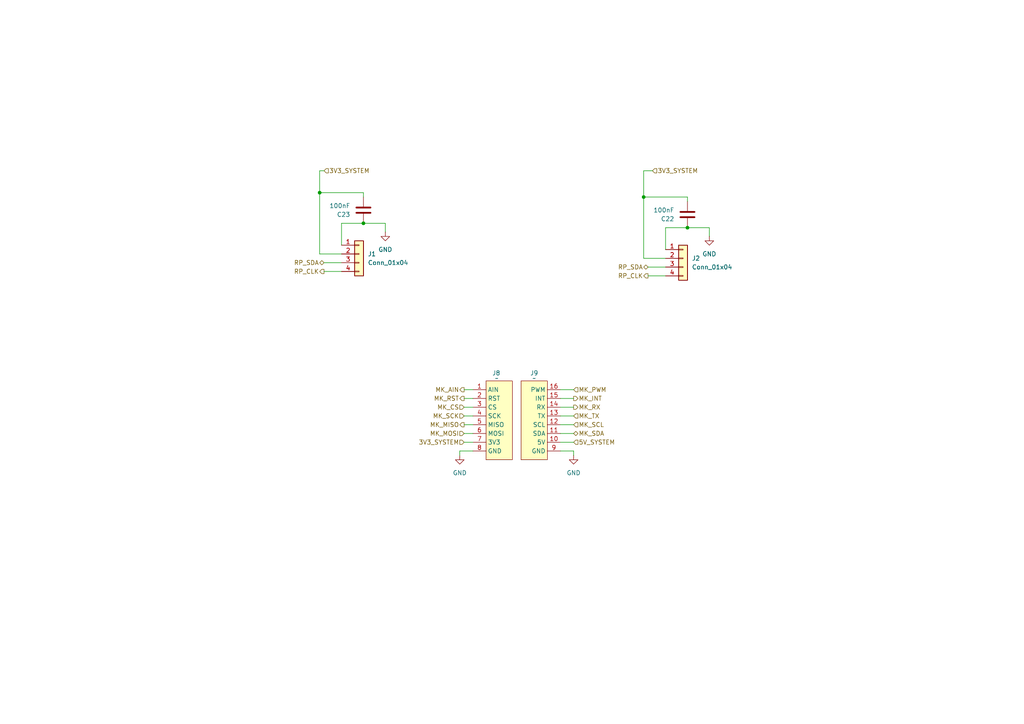
<source format=kicad_sch>
(kicad_sch (version 20250114) (generator "eeschema") (generator_version "9.0")
  (paper "A4")
  (lib_symbols
    (symbol "Connector_Generic:Conn_01x04" (pin_names (offset 1.016) (hide yes))
      (property "Reference" "J" (at 0 5.08 0))
      (property "Value" "Conn_01x04" (at 0 -7.62 0))
      (symbol "Conn_01x04_1_1"
        (rectangle (start -1.27 3.81) (end 1.27 -6.35) (stroke (width 0.254)) (fill (type background)))
        (rectangle (start -1.27 2.667) (end 0 2.413) (stroke (width 0.1524)))
        (rectangle (start -1.27 0.127) (end 0 -0.127) (stroke (width 0.1524)))
        (rectangle (start -1.27 -2.413) (end 0 -2.667) (stroke (width 0.1524)))
        (rectangle (start -1.27 -4.953) (end 0 -5.207) (stroke (width 0.1524)))
        (pin passive line (at -5.08 2.54 0) (length 3.81) (name "Pin_1") (number "1"))
        (pin passive line (at -5.08 0 0) (length 3.81) (name "Pin_2") (number "2"))
        (pin passive line (at -5.08 -2.54 0) (length 3.81) (name "Pin_3") (number "3"))
        (pin passive line (at -5.08 -5.08 0) (length 3.81) (name "Pin_4") (number "4"))
      )
    )
    (symbol "Device:C" (pin_numbers (hide yes)) (pin_names (offset 0.254))
      (property "Reference" "C" (at 0.635 2.54 0))
      (property "Value" "C" (at 0.635 -2.54 0))
      (symbol "C_0_1"
        (polyline (pts (xy -2.032 0.762) (xy 2.032 0.762)) (stroke (width 0.508)))
        (polyline (pts (xy -2.032 -0.762) (xy 2.032 -0.762)) (stroke (width 0.508)))
      )
      (symbol "C_1_1"
        (pin passive line (at 0 3.81 270) (length 2.794) (name "~") (number "1"))
        (pin passive line (at 0 -3.81 90) (length 2.794) (name "~") (number "2"))
      )
    )
    (symbol "Sadman_connnector:MikroBUS_Left"
      (property "Reference" "J" (at 0 11.43 0))
      (symbol "MikroBUS_Left_1_1"
        (rectangle (start -3.81 10.16) (end 3.81 -12.7) (fill (type background)))
        (pin passive line (at -7.62 7.62 0) (length 3.81) (name "AIN") (number "1"))
        (pin passive line (at -7.62 5.08 0) (length 3.81) (name "RST") (number "2"))
        (pin passive line (at -7.62 2.54 0) (length 3.81) (name "CS") (number "3"))
        (pin passive line (at -7.62 0 0) (length 3.81) (name "SCK") (number "4"))
        (pin passive line (at -7.62 -2.54 0) (length 3.81) (name "MISO") (number "5"))
        (pin passive line (at -7.62 -5.08 0) (length 3.81) (name "MOSI") (number "6"))
        (pin passive line (at -7.62 -7.62 0) (length 3.81) (name "3V3") (number "7"))
        (pin passive line (at -7.62 -10.16 0) (length 3.81) (name "GND") (number "8"))
      )
    )
    (symbol "Sadman_connnector:MikroBUS_Right"
      (property "Reference" "J" (at 0 12.7 0))
      (symbol "MikroBUS_Right_1_1"
        (rectangle (start 3.81 11.43) (end -3.81 -11.43) (fill (type background)))
        (pin passive line (at 7.62 8.89 180) (length 3.81) (name "PWM") (number "16"))
        (pin passive line (at 7.62 6.35 180) (length 3.81) (name "INT") (number "15"))
        (pin passive line (at 7.62 3.81 180) (length 3.81) (name "RX") (number "14"))
        (pin passive line (at 7.62 1.27 180) (length 3.81) (name "TX") (number "13"))
        (pin passive line (at 7.62 -1.27 180) (length 3.81) (name "SCL") (number "12"))
        (pin passive line (at 7.62 -3.81 180) (length 3.81) (name "SDA") (number "11"))
        (pin passive line (at 7.62 -6.35 180) (length 3.81) (name "5V") (number "10"))
        (pin passive line (at 7.62 -8.89 180) (length 3.81) (name "GND") (number "9"))
      )
    )
    (symbol "power:GND" (power) (pin_numbers (hide yes)) (pin_names (offset 0) (hide yes))
      (property "Value" "GND" (at 0 -3.81 0))
      (symbol "GND_0_1"
        (polyline (pts (xy 0 0) (xy 0 -1.27) (xy 1.27 -1.27) (xy 0 -2.54) (xy -1.27 -1.27) (xy 0 -1.27)))
      )
      (symbol "GND_1_1"
        (pin power_in line (at 0 0 270) (length 0) (name "~") (number "1"))
      )
    )
  )
  (junction (at 199.39 66.04))
  (junction (at 105.41 64.77))
  (junction (at 92.71 55.88))
  (junction (at 186.69 57.15))
  (wire (pts (xy 193.04 74.93) (xy 186.69 74.93)))
  (wire (pts (xy 93.98 76.2) (xy 99.06 76.2)))
  (wire (pts (xy 199.39 57.15) (xy 199.39 58.42)))
  (wire (pts (xy 105.41 64.77) (xy 99.06 64.77)))
  (wire (pts (xy 166.37 120.65) (xy 162.56 120.65)))
  (wire (pts (xy 111.76 64.77) (xy 111.76 67.31)))
  (wire (pts (xy 166.37 115.57) (xy 162.56 115.57)))
  (wire (pts (xy 166.37 113.03) (xy 162.56 113.03)))
  (wire (pts (xy 111.76 64.77) (xy 105.41 64.77)))
  (wire (pts (xy 166.37 130.81) (xy 166.37 132.08)))
  (wire (pts (xy 99.06 73.66) (xy 92.71 73.66)))
  (wire (pts (xy 162.56 130.81) (xy 166.37 130.81)))
  (wire (pts (xy 93.98 78.74) (xy 99.06 78.74)))
  (wire (pts (xy 193.04 66.04) (xy 193.04 72.39)))
  (wire (pts (xy 134.62 125.73) (xy 137.16 125.73)))
  (wire (pts (xy 186.69 57.15) (xy 186.69 74.93)))
  (wire (pts (xy 99.06 64.77) (xy 99.06 71.12)))
  (wire (pts (xy 205.74 66.04) (xy 205.74 68.58)))
  (wire (pts (xy 134.62 118.11) (xy 137.16 118.11)))
  (wire (pts (xy 205.74 66.04) (xy 199.39 66.04)))
  (wire (pts (xy 166.37 123.19) (xy 162.56 123.19)))
  (wire (pts (xy 92.71 49.53) (xy 92.71 55.88)))
  (wire (pts (xy 93.98 49.53) (xy 92.71 49.53)))
  (wire (pts (xy 189.23 49.53) (xy 186.69 49.53)))
  (wire (pts (xy 134.62 123.19) (xy 137.16 123.19)))
  (wire (pts (xy 134.62 113.03) (xy 137.16 113.03)))
  (wire (pts (xy 187.96 80.01) (xy 193.04 80.01)))
  (wire (pts (xy 133.35 130.81) (xy 133.35 132.08)))
  (wire (pts (xy 134.62 115.57) (xy 137.16 115.57)))
  (wire (pts (xy 134.62 120.65) (xy 137.16 120.65)))
  (wire (pts (xy 137.16 130.81) (xy 133.35 130.81)))
  (wire (pts (xy 186.69 49.53) (xy 186.69 57.15)))
  (wire (pts (xy 166.37 125.73) (xy 162.56 125.73)))
  (wire (pts (xy 186.69 57.15) (xy 199.39 57.15)))
  (wire (pts (xy 92.71 55.88) (xy 92.71 73.66)))
  (wire (pts (xy 166.37 118.11) (xy 162.56 118.11)))
  (wire (pts (xy 134.62 128.27) (xy 137.16 128.27)))
  (wire (pts (xy 187.96 77.47) (xy 193.04 77.47)))
  (wire (pts (xy 162.56 128.27) (xy 166.37 128.27)))
  (wire (pts (xy 92.71 55.88) (xy 105.41 55.88)))
  (wire (pts (xy 199.39 66.04) (xy 193.04 66.04)))
  (wire (pts (xy 105.41 55.88) (xy 105.41 57.15)))
  (hierarchical_label "RP_SDA" (shape bidirectional) (at 93.98 76.2 180))
  (hierarchical_label "RP_CLK" (shape output) (at 187.96 80.01 180))
  (hierarchical_label "MK_SDA" (shape bidirectional) (at 166.37 125.73 0))
  (hierarchical_label "MK_TX" (shape input) (at 166.37 120.65 0))
  (hierarchical_label "MK_AIN" (shape output) (at 134.62 113.03 180))
  (hierarchical_label "3V3_SYSTEM" (shape input) (at 93.98 49.53 0))
  (hierarchical_label "MK_MOSI" (shape input) (at 134.62 125.73 180))
  (hierarchical_label "MK_SCL" (shape input) (at 166.37 123.19 0))
  (hierarchical_label "MK_SCK" (shape input) (at 134.62 120.65 180))
  (hierarchical_label "RP_SDA" (shape bidirectional) (at 187.96 77.47 180))
  (hierarchical_label "3V3_SYSTEM" (shape input) (at 134.62 128.27 180))
  (hierarchical_label "5V_SYSTEM" (shape input) (at 166.37 128.27 0))
  (hierarchical_label "MK_INT" (shape output) (at 166.37 115.57 0))
  (hierarchical_label "MK_RST" (shape output) (at 134.62 115.57 180))
  (hierarchical_label "MK_PWM" (shape input) (at 166.37 113.03 0))
  (hierarchical_label "MK_MISO" (shape output) (at 134.62 123.19 180))
  (hierarchical_label "3V3_SYSTEM" (shape input) (at 189.23 49.53 0))
  (hierarchical_label "MK_CS" (shape input) (at 134.62 118.11 180))
  (hierarchical_label "RP_CLK" (shape output) (at 93.98 78.74 180))
  (hierarchical_label "MK_RX" (shape output) (at 166.37 118.11 0))
  (symbol (lib_id "power:GND") (at 205.74 68.58 0) (unit 1)
    (property "Reference" "#PWR043" (effects (hide yes)))
    (property "Value" "GND" (at 205.74 73.66 0))
    (property "Description" "Power symbol creates a global label with name \"GND\" , ground" (effects (hide yes)))
  )
  (symbol (lib_id "Connector_Generic:Conn_01x04") (at 104.14 73.66 0) (unit 1)
    (property "Reference" "J1" (at 106.68 73.6599 0) (effects (justify left)))
    (property "Value" "Conn_01x04" (at 106.68 76.1999 0) (effects (justify left)))
    (property "Footprint" "Connector_JST:JST_SH_SM04B-SRSS-TB_1x04-1MP_P1.00mm_Horizontal" (effects (hide yes)))
    (property "Description" "CONN HEADER SMD R/A 4POS 1MM" (effects (hide yes)))
    (property "Part Number" "SM04B-SRSS-TB" (effects (hide yes)))
    (property "Provider" "Digikey" (effects (hide yes)))
  )
  (symbol (lib_id "Sadman_connnector:MikroBUS_Right") (at 154.94 121.92 0) (unit 1)
    (property "Reference" "J9" (at 154.94 108.204 0))
    (property "Value" "~" (at 154.94 109.728 0))
    (property "Footprint" "Sadman_connectors:MikroBUS_Right" (effects (hide yes)))
    (property "Datasheet" "https://www.we-online.com/components/products/datasheet/61300811821.pdf" (effects (hide yes)))
    (property "Description" "WR-PHD 2.54 MM SOCKET HEADER; 8" (effects (hide yes)))
    (property "Part Number" "61300811821" (effects (hide yes)))
    (property "Provider" "Digikey" (effects (hide yes)))
  )
  (symbol (lib_id "power:GND") (at 111.76 67.31 0) (unit 1)
    (property "Reference" "#PWR038" (effects (hide yes)))
    (property "Value" "GND" (at 111.76 72.39 0))
    (property "Description" "Power symbol creates a global label with name \"GND\" , ground" (effects (hide yes)))
  )
  (symbol (lib_id "power:GND") (at 133.35 132.08 0) (unit 1)
    (property "Reference" "#PWR065" (effects (hide yes)))
    (property "Value" "GND" (at 133.35 137.16 0))
    (property "Description" "Power symbol creates a global label with name \"GND\" , ground" (effects (hide yes)))
  )
  (symbol (lib_id "Device:C") (at 105.41 60.96 180) (unit 1)
    (property "Reference" "C23" (at 101.6 62.2301 0) (effects (justify left)))
    (property "Value" "100nF" (at 101.6 59.69 0) (effects (justify left)))
    (property "Footprint" "Capacitor_SMD:C_0402_1005Metric" (effects (hide yes)))
    (property "Datasheet" "https://mm.digikey.com/Volume0/opasdata/d220001/medias/docus/729/CL05B104KA5NNNC_Spec.pdf" (effects (hide yes)))
    (property "Description" "CAP CER 0.1UF 25V X7R 0402" (effects (hide yes)))
    (property "Part Number" "CL05B104KA5NNNC" (effects (hide yes)))
    (property "Provider" "Digikey" (effects (hide yes)))
  )
  (symbol (lib_id "Connector_Generic:Conn_01x04") (at 198.12 74.93 0) (unit 1)
    (property "Reference" "J2" (at 200.66 74.9299 0) (effects (justify left)))
    (property "Value" "Conn_01x04" (at 200.66 77.4699 0) (effects (justify left)))
    (property "Footprint" "Connector_JST:JST_SH_SM04B-SRSS-TB_1x04-1MP_P1.00mm_Horizontal" (effects (hide yes)))
    (property "Description" "CONN HEADER SMD R/A 4POS 1MM" (effects (hide yes)))
    (property "Part Number" "SM04B-SRSS-TB" (effects (hide yes)))
    (property "Provider" "Digikey" (effects (hide yes)))
  )
  (symbol (lib_id "Sadman_connnector:MikroBUS_Left") (at 144.78 120.65 0) (unit 1)
    (property "Reference" "J8" (at 142.748 108.204 0) (effects (justify left)))
    (property "Value" "~" (at 143.51 109.728 0) (effects (justify left)))
    (property "Footprint" "Sadman_connectors:MikroBUS_Left" (effects (hide yes)))
    (property "Datasheet" "https://www.we-online.com/components/products/datasheet/61300811821.pdf" (effects (hide yes)))
    (property "Description" "WR-PHD 2.54 MM SOCKET HEADER; 8" (effects (hide yes)))
    (property "Part Number" "61300811821" (effects (hide yes)))
    (property "Provider" "Digikey" (effects (hide yes)))
  )
  (symbol (lib_id "power:GND") (at 166.37 132.08 0) (unit 1)
    (property "Reference" "#PWR037" (effects (hide yes)))
    (property "Value" "GND" (at 166.37 137.16 0))
    (property "Description" "Power symbol creates a global label with name \"GND\" , ground" (effects (hide yes)))
  )
  (symbol (lib_id "Device:C") (at 199.39 62.23 180) (unit 1)
    (property "Reference" "C22" (at 195.58 63.5001 0) (effects (justify left)))
    (property "Value" "100nF" (at 195.58 60.96 0) (effects (justify left)))
    (property "Footprint" "Capacitor_SMD:C_0402_1005Metric" (effects (hide yes)))
    (property "Datasheet" "https://mm.digikey.com/Volume0/opasdata/d220001/medias/docus/729/CL05B104KA5NNNC_Spec.pdf" (effects (hide yes)))
    (property "Description" "CAP CER 0.1UF 25V X7R 0402" (effects (hide yes)))
    (property "Part Number" "CL05B104KA5NNNC" (effects (hide yes)))
    (property "Provider" "Digikey" (effects (hide yes)))
  )
)
</source>
